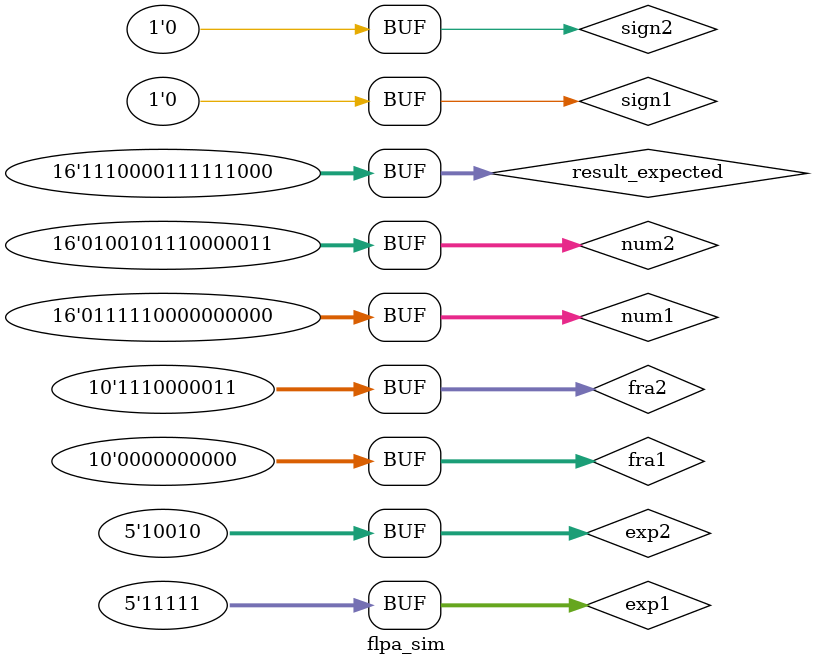
<source format=v>
/* ---------------------------------------------------- *
 * Title       : Floating Point Adder Simulation        *
 * Project     : Fixed Floating Point Adder Multiplier  *
 * ---------------------------------------------------- *
 * File        : float_add_sim.v                        *
 * Author      : Yigit Suoglu                           *
 * Last Edit   : 11/01/2021                               *
 * ---------------------------------------------------- *
 * Description : Simulation for Floating Point Adder    *
 * ---------------------------------------------------- */

`timescale 1ns / 1ps
//`include "Sources/adder-multiplier.v"

module flpa_sim();
  reg [9:0] fra1, fra2;
  reg sign1, sign2;
  reg [4:0] exp1, exp2;
  wire [15:0] result, num1, num2;
  wire overflow, zero;
  wire [9:0] res_fra;
  wire res_sign, nan;
  wire [4:0] res_exp;

  assign {res_sign, res_exp, res_fra} = result;
  assign num1 = {sign1, exp1, fra1};
  assign num2 = {sign2, exp2, fra2};

  float_adder uut(num1, num2, result, overflow, zero, nan);

  wire correct;
  reg [15:0] result_expected;

  assign correct = (result_expected == result);

  initial
    begin
      //Bug
      {sign1, exp1, fra1} = 16'h54a5;
      {sign2, exp2, fra2} = 16'h1cc0;
      result_expected = 16'h54a5;
      #100
      {sign1, exp1, fra1} = 16'hc0b0;
      {sign2, exp2, fra2} = 16'h1cc0;
      result_expected = 16'hc0ad;
      #100
      {sign1, exp1, fra1} = 16'h00e0;
      {sign2, exp2, fra2} = 16'h5060;
      result_expected = 16'h5060;
      #100
      {sign1, exp1, fra1} = 16'h00b8;
      {sign2, exp2, fra2} = 16'h0080;
      result_expected = 16'h0138;
      #100
      {sign1, exp1, fra1} = 16'h29a8;
      {sign2, exp2, fra2} = 16'he1f9;
      result_expected = 16'he1f8;
      #100
      //Addition with precision lost
      sign1 = 0;
      sign2 = 0;
      exp1 = 21;
      exp2 = 14;
      fra1 = 10'b10100101;
      fra2 = 10'b11001100;
      #100
      //Addition of two numbers with same exp
      sign1 = 0;
      sign2 = 0;
      exp1 = 4;
      exp2 = 4;
      fra1 = 10'b10100000;
      fra2 = 10'b01101100;
      #100
      //Addition without precision lost
      sign1 = 0;
      sign2 = 0;
      exp1 = 10;
      exp2 = 12;
      fra1 = 10'b11100000;
      fra2 = 10'b01101001;
      #100
      //Addition diffrent signs without precision lost
      sign1 = 0;
      sign2 = 1;
      exp1 = 5;
      exp2 = 6;
      fra1 = 10'b10101100;
      fra2 = 10'b00101101;
      #100
      //Addition diffrent signs without precision lost
      sign1 = 1;
      sign2 = 0;
      exp1 = 13;
      exp2 = 13;
      fra1 = 10'b00001100;
      fra2 = 10'b11101100;
      #100
      //Addition diffrent signs without precision lost
      sign1 = 1;
      sign2 = 0;
      exp1 = 30;
      exp2 = 30;
      fra1 = 10'b10101010;
      fra2 = 10'b10101100;
      #100
      //Zero flag
      sign1 = 1;
      sign2 = 0;
      exp1 = 25;
      exp2 = 25;
      fra1 = 10'b10011101;
      fra2 = 10'b10011101;
      #100
      //nan flag
      sign1 = 0;
      sign2 = 0;
      exp1 = 5'b10001;
      exp2 = 5'b11111;
      fra1 = 10'b11111111;
      fra2 = 10'b11111111;
      #100
      //Overflow flag
      sign1 = 0;
      sign2 = 0;
      exp1 = 5'b11110;
      exp2 = 5'b11110;
      fra1 = 10'b1111111111;
      fra2 = 10'b1111111111;
      #100
      //Overflow flag
      sign1 = 0;
      sign2 = 0;
      exp1 = 5'b11111;
      exp2 = 5'b10010;
      fra1 = 10'b0000000000;
      fra2 = 10'b1110000011;
    end
endmodule//module_name
</source>
